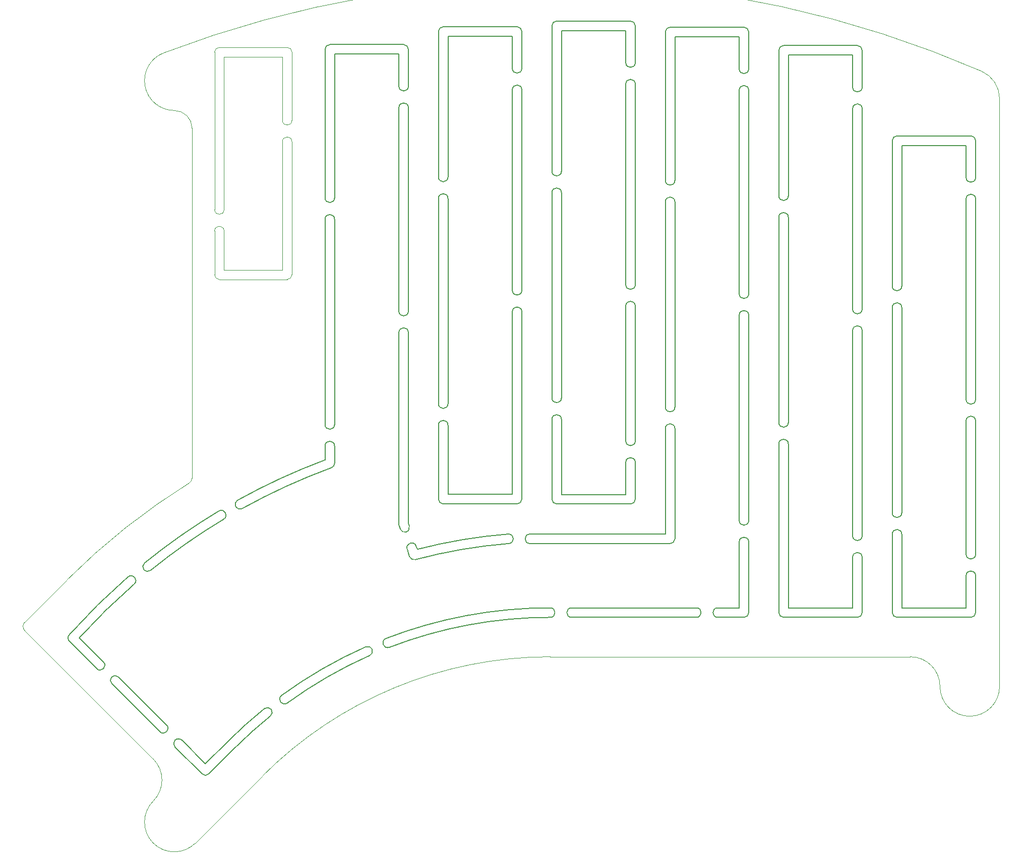
<source format=gm1>
%TF.GenerationSoftware,KiCad,Pcbnew,5.1.12-84ad8e8a86~92~ubuntu20.04.1*%
%TF.CreationDate,2021-11-16T23:21:25+01:00*%
%TF.ProjectId,LergoTopPlate_Alu_Rails_LessRouting,4c657267-6f54-46f7-9050-6c6174655f41,v1.A*%
%TF.SameCoordinates,Original*%
%TF.FileFunction,Profile,NP*%
%FSLAX46Y46*%
G04 Gerber Fmt 4.6, Leading zero omitted, Abs format (unit mm)*
G04 Created by KiCad (PCBNEW 5.1.12-84ad8e8a86~92~ubuntu20.04.1) date 2021-11-16 23:21:25*
%MOMM*%
%LPD*%
G01*
G04 APERTURE LIST*
%TA.AperFunction,Profile*%
%ADD10C,0.150000*%
%TD*%
%TA.AperFunction,Profile*%
%ADD11C,0.120000*%
%TD*%
%TA.AperFunction,Profile*%
%ADD12C,0.100000*%
%TD*%
G04 APERTURE END LIST*
D10*
X136393543Y-109737404D02*
G75*
G02*
X136350000Y-109474381I772626J263023D01*
G01*
X125550000Y-99220148D02*
G75*
G02*
X125025806Y-99970640I-800000J461D01*
G01*
X139166169Y-115405255D02*
G75*
G02*
X138149299Y-114909295I-260455J756415D01*
G01*
X182700000Y-111920000D02*
G75*
G02*
X181900000Y-112720000I-800000J0D01*
G01*
X136393543Y-109737404D02*
X136573907Y-110266192D01*
X110049204Y-106827213D02*
G75*
G02*
X125025806Y-99970640I51711177J-93166387D01*
G01*
X125550000Y-96310000D02*
X125549999Y-99220148D01*
X94656669Y-117222208D02*
G75*
G02*
X106931536Y-108627254I67103712J-82771392D01*
G01*
X82694800Y-128560797D02*
G75*
G02*
X91898909Y-119536244I79065581J-71432803D01*
G01*
X81026836Y-128024202D02*
G75*
G02*
X90870449Y-118310572I80733545J-71969398D01*
G01*
X93628210Y-115996538D02*
G75*
G02*
X106131536Y-107241614I68132171J-83997062D01*
G01*
X137745952Y-113670059D02*
X138149299Y-114909295D01*
X139166169Y-115405254D02*
G75*
G02*
X154760000Y-112720000I22594212J-84588346D01*
G01*
X134166302Y-128671947D02*
G75*
G02*
X161760001Y-123520001I27594079J-71321653D01*
G01*
X107687689Y-145916923D02*
G75*
G02*
X113791337Y-140435949I54072692J-54076677D01*
G01*
X116647408Y-138244406D02*
G75*
G02*
X130840497Y-130050022I45112973J-61749194D01*
G01*
X117621428Y-139513771D02*
G75*
G02*
X131452791Y-131528230I44138953J-60479829D01*
G01*
X165360001Y-123520001D02*
X186300000Y-123520000D01*
X108818739Y-147047973D02*
G75*
G02*
X114765355Y-141705313I52941642J-52945627D01*
G01*
X136350000Y-77260000D02*
X136350000Y-109474381D01*
X139258782Y-113149149D02*
X139444588Y-113682956D01*
X137950000Y-77260000D02*
X137950000Y-109342358D01*
X136350000Y-73660000D02*
X136350000Y-39460000D01*
X137950000Y-39460000D02*
X137950000Y-73660000D01*
X125550000Y-54610000D02*
X125550000Y-35860000D01*
X125550000Y-92710000D02*
X125550000Y-58210000D01*
X123950000Y-96310000D02*
X123950000Y-98666504D01*
X123950000Y-58210000D02*
X123950000Y-92710000D01*
X123950000Y-35860000D02*
X123950000Y-54610000D01*
X182700000Y-93390000D02*
X182700000Y-111920000D01*
X158360000Y-112720000D02*
X181900000Y-112720000D01*
X193500000Y-112440000D02*
X193500000Y-123520000D01*
X189900000Y-123520000D02*
X193500000Y-123520000D01*
X189900000Y-125120000D02*
X194300000Y-125120000D01*
X182700000Y-51690000D02*
X182700000Y-32940000D01*
X182700000Y-89790000D02*
X182700000Y-55290000D01*
X181100000Y-93390000D02*
X181100000Y-111120000D01*
X181100000Y-55290000D02*
X181100000Y-89790000D01*
X181100000Y-32940000D02*
X181100000Y-51690000D01*
X193500000Y-70740000D02*
X193500000Y-36540000D01*
X193500000Y-108840000D02*
X193500000Y-74340000D01*
X195100000Y-112440000D02*
X195100000Y-124320000D01*
X195100000Y-74340000D02*
X195100000Y-108840000D01*
X195100000Y-36540000D02*
X195100000Y-70740000D01*
X157000000Y-73760000D02*
X157000000Y-99050000D01*
X157000000Y-36460000D02*
X157000000Y-70160000D01*
X155400000Y-70160000D02*
X155400000Y-36460000D01*
X155400000Y-99050000D02*
X155400000Y-73760000D01*
X144600000Y-92810000D02*
X144600000Y-99050000D01*
X144600000Y-54710000D02*
X144600000Y-89210000D01*
X144600000Y-32860000D02*
X144600000Y-51110000D01*
X143000000Y-51110000D02*
X143000000Y-32860000D01*
X143000000Y-89210000D02*
X143000000Y-54710000D01*
X143000000Y-99050000D02*
X143000000Y-92810000D01*
X174450000Y-69200000D02*
X174450000Y-35500000D01*
X174450000Y-95470000D02*
X174450000Y-72800000D01*
X176050000Y-72800000D02*
X176050000Y-95470000D01*
X176050000Y-35500000D02*
X176050000Y-69200000D01*
X163650000Y-31900000D02*
X163650000Y-50150000D01*
X162050000Y-50150000D02*
X162050000Y-31900000D01*
X163650000Y-53750000D02*
X163650000Y-88250000D01*
X162050000Y-88250000D02*
X162050000Y-53750000D01*
X163650000Y-91850000D02*
X163650000Y-99070000D01*
X162050000Y-99070000D02*
X162050000Y-91850000D01*
X212550000Y-76920000D02*
X212550000Y-111420000D01*
X212550000Y-39620000D02*
X212550000Y-73320000D01*
X214150000Y-73320000D02*
X214150000Y-39620000D01*
X214150000Y-111420000D02*
X214150000Y-76920000D01*
X214150000Y-118120000D02*
X214150000Y-115020000D01*
X212550000Y-118120000D02*
X212550000Y-115020000D01*
X201750000Y-95970000D02*
X201750000Y-118120000D01*
X201750000Y-57870000D02*
X201750000Y-92370000D01*
X201750000Y-36020000D02*
X201750000Y-54270000D01*
X200150000Y-54270000D02*
X200150000Y-36020000D01*
X200150000Y-92370000D02*
X200150000Y-57870000D01*
X200150000Y-118120000D02*
X200150000Y-95970000D01*
X231600000Y-114520000D02*
X231600000Y-92100000D01*
X233200000Y-88500000D02*
X233200000Y-54800000D01*
X233200000Y-114520000D02*
X233200000Y-92100000D01*
X219200000Y-111150000D02*
X219200000Y-118120000D01*
X219200000Y-73050000D02*
X219200000Y-107550000D01*
X219200000Y-51200000D02*
X219200000Y-69450000D01*
X220800000Y-69450000D02*
X220800000Y-51200000D01*
X220800000Y-107550000D02*
X220800000Y-73050000D01*
X220800000Y-118120000D02*
X220800000Y-111150000D01*
X231600000Y-54800000D02*
X231600000Y-88500000D01*
X137950000Y-109342358D02*
X138086737Y-109745282D01*
X109250786Y-105444418D02*
G75*
G02*
X123950000Y-98666504I52509595J-94549182D01*
G01*
X158360000Y-111120000D02*
X181100000Y-111120000D01*
X195100000Y-124320000D02*
G75*
G02*
X194300000Y-125120000I-800000J0D01*
G01*
X139444588Y-113682956D02*
G75*
G02*
X154760001Y-111120001I22315793J-86310644D01*
G01*
X165360001Y-125120001D02*
X186300000Y-125120000D01*
X134778760Y-130150577D02*
G75*
G02*
X161760001Y-125120001I26981621J-69843023D01*
G01*
D11*
X73524848Y-127344018D02*
G75*
G02*
X73524848Y-125929804I707107J707107D01*
G01*
D12*
X95103365Y-148922535D02*
G75*
G02*
X95103365Y-155993603I-3535534J-3535534D01*
G01*
X102174433Y-163064671D02*
G75*
G02*
X95103365Y-155993603I-3535534J3535534D01*
G01*
X98641295Y-39932170D02*
G75*
G02*
X101614896Y-42905771I0J-2973601D01*
G01*
X98641295Y-39932170D02*
G75*
G02*
X96852971Y-30262004I-2396J4999999D01*
G01*
X222220381Y-131740000D02*
G75*
G02*
X227220381Y-136740000I0J-5000000D01*
G01*
X237220381Y-136740000D02*
G75*
G02*
X227220381Y-136740000I-5000000J0D01*
G01*
X101614896Y-101696929D02*
G75*
G02*
X101143092Y-102545766I-1000000J286D01*
G01*
X101614896Y-42905771D02*
X101614896Y-101696929D01*
X234214126Y-33343544D02*
G75*
G02*
X237220381Y-37928844I-1993745J-4585300D01*
G01*
X96852971Y-30262005D02*
G75*
G02*
X234214126Y-33343544I64907410J-169731595D01*
G01*
X80612709Y-118841943D02*
G75*
G02*
X101143092Y-102545766I81147672J-81151657D01*
G01*
X73524848Y-125929804D02*
X80612709Y-118841943D01*
X95103365Y-148922535D02*
X73524848Y-127344018D01*
X113500343Y-151733562D02*
X102174433Y-163064671D01*
X113500343Y-151733562D02*
G75*
G02*
X161760381Y-131743600I48260038J-48260038D01*
G01*
X161760381Y-131743600D02*
X222220381Y-131740000D01*
X237220381Y-37928844D02*
X237220381Y-136740000D01*
D10*
X88155157Y-136283886D02*
X96216174Y-144344903D01*
X89286528Y-135152515D02*
X97347545Y-143213532D01*
X82694892Y-128560880D02*
X86740943Y-132606931D01*
X99893129Y-145759117D02*
X103870605Y-149736592D01*
X98761759Y-146890488D02*
X103304920Y-151433649D01*
X81026905Y-129155634D02*
X85609572Y-133738301D01*
X104436291Y-151433649D02*
X108820353Y-147049587D01*
X103870605Y-149736592D02*
X107688982Y-145918216D01*
X97347546Y-143213533D02*
G75*
G02*
X96216174Y-144344903I-565686J-565685D01*
G01*
X98761759Y-146890487D02*
G75*
G02*
X99893129Y-145759117I565685J565685D01*
G01*
X104436291Y-151433648D02*
G75*
G02*
X103304920Y-151433649I-565686J565685D01*
G01*
X81026905Y-129155635D02*
G75*
G02*
X81026905Y-128024263I565686J565686D01*
G01*
X86740944Y-132606931D02*
G75*
G02*
X85609572Y-133738301I-565686J-565685D01*
G01*
X88155156Y-136283885D02*
G75*
G02*
X89286528Y-135152515I565686J565685D01*
G01*
X157000000Y-105250000D02*
X157000000Y-99050000D01*
X143000000Y-99050000D02*
X143000000Y-105250000D01*
X143800000Y-106050000D02*
X156200000Y-106050000D01*
X144600000Y-104450000D02*
X155400000Y-104450000D01*
X155400000Y-104450000D02*
X155400000Y-99050000D01*
X144600000Y-99050000D02*
X144600000Y-104450000D01*
X143800000Y-106050000D02*
G75*
G02*
X143000000Y-105250000I0J800000D01*
G01*
X157000000Y-105250000D02*
G75*
G02*
X156200000Y-106050000I-800000J0D01*
G01*
X123950000Y-29660000D02*
X123950000Y-35860000D01*
X137950000Y-35860000D02*
X137950000Y-29660000D01*
X137150000Y-28860000D02*
X124750000Y-28860000D01*
X136350000Y-30460000D02*
X125550000Y-30460000D01*
X125550000Y-30460000D02*
X125550000Y-35860000D01*
X136350000Y-35860000D02*
X136350000Y-30460000D01*
X137150000Y-28860000D02*
G75*
G02*
X137950000Y-29660000I0J-800000D01*
G01*
X123950000Y-29660000D02*
G75*
G02*
X124750000Y-28860000I800000J0D01*
G01*
X200150000Y-29820000D02*
X200150000Y-36020000D01*
X214150000Y-36020000D02*
X214150000Y-29820000D01*
X213350000Y-29020000D02*
X200950000Y-29020000D01*
X212550000Y-30620000D02*
X201750000Y-30620000D01*
X201750000Y-30620000D02*
X201750000Y-36020000D01*
X212550000Y-36020000D02*
X212550000Y-30620000D01*
X213350000Y-29020000D02*
G75*
G02*
X214150000Y-29820000I0J-800000D01*
G01*
X200150000Y-29820000D02*
G75*
G02*
X200950000Y-29020000I800000J0D01*
G01*
X181100000Y-26740000D02*
X181100000Y-32940000D01*
X195100000Y-32940000D02*
X195100000Y-26740000D01*
X194300000Y-25940000D02*
X181900000Y-25940000D01*
X193500000Y-27540000D02*
X182700000Y-27540000D01*
X182700000Y-27540000D02*
X182700000Y-32940000D01*
X193500000Y-32940000D02*
X193500000Y-27540000D01*
X194300000Y-25940000D02*
G75*
G02*
X195100000Y-26740000I0J-800000D01*
G01*
X181100000Y-26740000D02*
G75*
G02*
X181900000Y-25940000I800000J0D01*
G01*
X162050000Y-25700000D02*
X162050000Y-31900000D01*
X176050000Y-31900000D02*
X176050000Y-25700000D01*
X175250000Y-24900000D02*
X162850000Y-24900000D01*
X174450000Y-26500000D02*
X163650000Y-26500000D01*
X163650000Y-26500000D02*
X163650000Y-31900000D01*
X174450000Y-31900000D02*
X174450000Y-26500000D01*
X175250000Y-24900000D02*
G75*
G02*
X176050000Y-25700000I0J-800000D01*
G01*
X162050000Y-25700000D02*
G75*
G02*
X162850000Y-24900000I800000J0D01*
G01*
X176050000Y-105270000D02*
X176050000Y-99070000D01*
X162050000Y-99070000D02*
X162050000Y-105270000D01*
X162850000Y-106070000D02*
X175250000Y-106070000D01*
X163650000Y-104470000D02*
X174450000Y-104470000D01*
X174450000Y-104470000D02*
X174450000Y-99070000D01*
X163650000Y-99070000D02*
X163650000Y-104470000D01*
X162850000Y-106070000D02*
G75*
G02*
X162050000Y-105270000I0J800000D01*
G01*
X176050000Y-105270000D02*
G75*
G02*
X175250000Y-106070000I-800000J0D01*
G01*
X143000000Y-26660000D02*
X143000000Y-32860000D01*
X157000000Y-32860000D02*
X157000000Y-26660000D01*
X156200000Y-25860000D02*
X143800000Y-25860000D01*
X155400000Y-27460000D02*
X144600000Y-27460000D01*
X144600000Y-27460000D02*
X144600000Y-32860000D01*
X155400000Y-32860000D02*
X155400000Y-27460000D01*
X156200000Y-25860000D02*
G75*
G02*
X157000000Y-26660000I0J-800000D01*
G01*
X143000000Y-26660000D02*
G75*
G02*
X143800000Y-25860000I800000J0D01*
G01*
X219200000Y-45000000D02*
X219200000Y-51200000D01*
X233200000Y-51200000D02*
X233200000Y-45000000D01*
X232400000Y-44200000D02*
X220000000Y-44200000D01*
X231600000Y-45800000D02*
X220800000Y-45800000D01*
X220800000Y-45800000D02*
X220800000Y-51200000D01*
X231600000Y-51200000D02*
X231600000Y-45800000D01*
X232400000Y-44200000D02*
G75*
G02*
X233200000Y-45000000I0J-800000D01*
G01*
X219200000Y-45000000D02*
G75*
G02*
X220000000Y-44200000I800000J0D01*
G01*
X233200000Y-124320000D02*
X233200000Y-118120000D01*
X219200000Y-118120000D02*
X219200000Y-124320000D01*
X220000000Y-125120000D02*
X232400000Y-125120000D01*
X220800000Y-123520000D02*
X231600000Y-123520000D01*
X231600000Y-123520000D02*
X231600000Y-118120000D01*
X220800000Y-118120000D02*
X220800000Y-123520000D01*
X220000000Y-125120000D02*
G75*
G02*
X219200000Y-124320000I0J800000D01*
G01*
X233200000Y-124320000D02*
G75*
G02*
X232400000Y-125120000I-800000J0D01*
G01*
X214150000Y-124320000D02*
X214150000Y-118120000D01*
X200150000Y-118120000D02*
X200150000Y-124320000D01*
X200950000Y-125120000D02*
X213350000Y-125120000D01*
X201750000Y-123520000D02*
X212550000Y-123520000D01*
X212550000Y-123520000D02*
X212550000Y-118120000D01*
X201750000Y-118120000D02*
X201750000Y-123520000D01*
X200950000Y-125120000D02*
G75*
G02*
X200150000Y-124320000I0J800000D01*
G01*
X214150000Y-124320000D02*
G75*
G02*
X213350000Y-125120000I-800000J0D01*
G01*
D11*
X116800000Y-66727500D02*
X107000000Y-66727500D01*
X107000000Y-66727500D02*
X107000000Y-60187500D01*
X116800000Y-30927500D02*
X116800000Y-41587500D01*
X107000000Y-30927500D02*
X116800000Y-30927500D01*
X106200000Y-29327500D02*
X117600000Y-29327500D01*
X118400000Y-45187500D02*
X118400000Y-67527500D01*
X117600000Y-68327500D02*
X106200000Y-68327500D01*
X105400000Y-67527500D02*
X105400000Y-60187500D01*
X107000000Y-56587500D02*
X107000000Y-30927500D01*
X105400000Y-56587500D02*
X105400000Y-30127500D01*
X118400000Y-30127500D02*
X118400000Y-41587500D01*
X116800000Y-45187500D02*
X116800000Y-66727500D01*
X105400000Y-60187500D02*
G75*
G02*
X107000000Y-60187500I800000J0D01*
G01*
X107000000Y-56587500D02*
G75*
G02*
X105400000Y-56587500I-800000J0D01*
G01*
X116800000Y-45187500D02*
G75*
G02*
X118400000Y-45187500I800000J0D01*
G01*
X118400000Y-41587500D02*
G75*
G02*
X116800000Y-41587500I-800000J0D01*
G01*
X118400000Y-67527500D02*
G75*
G02*
X117600000Y-68327500I-800000J0D01*
G01*
X106200000Y-68327500D02*
G75*
G02*
X105400000Y-67527500I0J800000D01*
G01*
X105400000Y-30127500D02*
G75*
G02*
X106200000Y-29327500I800000J0D01*
G01*
X117600000Y-29327500D02*
G75*
G02*
X118400000Y-30127500I0J-800000D01*
G01*
D10*
X110049228Y-106827255D02*
G75*
G02*
X109249228Y-105441613I-400000J692821D01*
G01*
X106131536Y-107241614D02*
G75*
G02*
X106931536Y-108627254I400000J-692820D01*
G01*
X94656669Y-117222209D02*
G75*
G02*
X93628209Y-115996537I-514230J612836D01*
G01*
X90870449Y-118310572D02*
G75*
G02*
X91898909Y-119536244I514230J-612836D01*
G01*
X130840497Y-130050022D02*
G75*
G02*
X131452791Y-131528230I306147J-739104D01*
G01*
X134778757Y-130150570D02*
G75*
G02*
X134166463Y-128672362I-306147J739104D01*
G01*
X161760001Y-123520001D02*
G75*
G02*
X161760001Y-125120001I0J-800000D01*
G01*
X165360001Y-125120001D02*
G75*
G02*
X165360001Y-123520001I0J800000D01*
G01*
X113791337Y-140435949D02*
G75*
G02*
X114765355Y-141705313I487009J-634682D01*
G01*
X117621428Y-139513771D02*
G75*
G02*
X116647408Y-138244407I-487010J634682D01*
G01*
X125550000Y-92710000D02*
G75*
G02*
X123950000Y-92710000I-800000J0D01*
G01*
X123950000Y-96310000D02*
G75*
G02*
X125550000Y-96310000I800000J0D01*
G01*
X137745952Y-113670059D02*
G75*
G02*
X139258782Y-113149149I756415J260455D01*
G01*
X138086737Y-109745282D02*
G75*
G02*
X136573907Y-110266192I-756415J-260455D01*
G01*
X136350000Y-77260000D02*
G75*
G02*
X137950000Y-77260000I800000J0D01*
G01*
X137950000Y-73660000D02*
G75*
G02*
X136350000Y-73660000I-800000J0D01*
G01*
X125550000Y-54610000D02*
G75*
G02*
X123950000Y-54610000I-800000J0D01*
G01*
X123950000Y-58210000D02*
G75*
G02*
X125550000Y-58210000I800000J0D01*
G01*
X136350000Y-39460000D02*
G75*
G02*
X137950000Y-39460000I800000J0D01*
G01*
X137950000Y-35860000D02*
G75*
G02*
X136350000Y-35860000I-800000J0D01*
G01*
X158360000Y-112720000D02*
G75*
G02*
X158360000Y-111120000I0J800000D01*
G01*
X154760000Y-111120000D02*
G75*
G02*
X154760000Y-112720000I0J-800000D01*
G01*
X186300000Y-123520000D02*
G75*
G02*
X186300000Y-125120000I0J-800000D01*
G01*
X189900000Y-125120000D02*
G75*
G02*
X189900000Y-123520000I0J800000D01*
G01*
X182700000Y-89790000D02*
G75*
G02*
X181100000Y-89790000I-800000J0D01*
G01*
X181100000Y-93390000D02*
G75*
G02*
X182700000Y-93390000I800000J0D01*
G01*
X193500000Y-112440000D02*
G75*
G02*
X195100000Y-112440000I800000J0D01*
G01*
X195100000Y-108840000D02*
G75*
G02*
X193500000Y-108840000I-800000J0D01*
G01*
X193500000Y-74340000D02*
G75*
G02*
X195100000Y-74340000I800000J0D01*
G01*
X195100000Y-70740000D02*
G75*
G02*
X193500000Y-70740000I-800000J0D01*
G01*
X182700000Y-51690000D02*
G75*
G02*
X181100000Y-51690000I-800000J0D01*
G01*
X181100000Y-55290000D02*
G75*
G02*
X182700000Y-55290000I800000J0D01*
G01*
X193500000Y-36540000D02*
G75*
G02*
X195100000Y-36540000I800000J0D01*
G01*
X195100000Y-32940000D02*
G75*
G02*
X193500000Y-32940000I-800000J0D01*
G01*
X144600000Y-89210000D02*
G75*
G02*
X143000000Y-89210000I-800000J0D01*
G01*
X143000000Y-92810000D02*
G75*
G02*
X144600000Y-92810000I800000J0D01*
G01*
X155400000Y-73760000D02*
G75*
G02*
X157000000Y-73760000I800000J0D01*
G01*
X157000000Y-70160000D02*
G75*
G02*
X155400000Y-70160000I-800000J0D01*
G01*
X144600000Y-51110000D02*
G75*
G02*
X143000000Y-51110000I-800000J0D01*
G01*
X143000000Y-54710000D02*
G75*
G02*
X144600000Y-54710000I800000J0D01*
G01*
X155400000Y-36460000D02*
G75*
G02*
X157000000Y-36460000I800000J0D01*
G01*
X157000000Y-32860000D02*
G75*
G02*
X155400000Y-32860000I-800000J0D01*
G01*
X163650000Y-88250000D02*
G75*
G02*
X162050000Y-88250000I-800000J0D01*
G01*
X162050000Y-91850000D02*
G75*
G02*
X163650000Y-91850000I800000J0D01*
G01*
X174450000Y-99070000D02*
G75*
G02*
X176050000Y-99070000I800000J0D01*
G01*
X176050000Y-95470000D02*
G75*
G02*
X174450000Y-95470000I-800000J0D01*
G01*
X174450000Y-72800000D02*
G75*
G02*
X176050000Y-72800000I800000J0D01*
G01*
X176050000Y-69200000D02*
G75*
G02*
X174450000Y-69200000I-800000J0D01*
G01*
X163650000Y-50150000D02*
G75*
G02*
X162050000Y-50150000I-800000J0D01*
G01*
X162050000Y-53750000D02*
G75*
G02*
X163650000Y-53750000I800000J0D01*
G01*
X174450000Y-35500000D02*
G75*
G02*
X176050000Y-35500000I800000J0D01*
G01*
X176050000Y-31900000D02*
G75*
G02*
X174450000Y-31900000I-800000J0D01*
G01*
X201750000Y-92370000D02*
G75*
G02*
X200150000Y-92370000I-800000J0D01*
G01*
X200150000Y-95970000D02*
G75*
G02*
X201750000Y-95970000I800000J0D01*
G01*
X201750000Y-54270000D02*
G75*
G02*
X200150000Y-54270000I-800000J0D01*
G01*
X200150000Y-57870000D02*
G75*
G02*
X201750000Y-57870000I800000J0D01*
G01*
X212550000Y-115020000D02*
G75*
G02*
X214150000Y-115020000I800000J0D01*
G01*
X214150000Y-111420000D02*
G75*
G02*
X212550000Y-111420000I-800000J0D01*
G01*
X212550000Y-76920000D02*
G75*
G02*
X214150000Y-76920000I800000J0D01*
G01*
X214150000Y-73320000D02*
G75*
G02*
X212550000Y-73320000I-800000J0D01*
G01*
X231600000Y-118120000D02*
G75*
G02*
X233200000Y-118120000I800000J0D01*
G01*
X233200000Y-114520000D02*
G75*
G02*
X231600000Y-114520000I-800000J0D01*
G01*
X220800000Y-107550000D02*
G75*
G02*
X219200000Y-107550000I-800000J0D01*
G01*
X219200000Y-111150000D02*
G75*
G02*
X220800000Y-111150000I800000J0D01*
G01*
X220800000Y-69450000D02*
G75*
G02*
X219200000Y-69450000I-800000J0D01*
G01*
X219200000Y-73050000D02*
G75*
G02*
X220800000Y-73050000I800000J0D01*
G01*
X231600000Y-92100000D02*
G75*
G02*
X233200000Y-92100000I800000J0D01*
G01*
X233200000Y-88500000D02*
G75*
G02*
X231600000Y-88500000I-800000J0D01*
G01*
X231600000Y-54800000D02*
G75*
G02*
X233200000Y-54800000I800000J0D01*
G01*
X233200000Y-51200000D02*
G75*
G02*
X231600000Y-51200000I-800000J0D01*
G01*
X212550000Y-39620000D02*
G75*
G02*
X214150000Y-39620000I800000J0D01*
G01*
X214150000Y-36020000D02*
G75*
G02*
X212550000Y-36020000I-800000J0D01*
G01*
M02*

</source>
